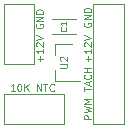
<source format=gbr>
%TF.GenerationSoftware,KiCad,Pcbnew,(5.1.6)-1*%
%TF.CreationDate,2020-09-26T01:45:02-05:00*%
%TF.ProjectId,pcb,7063622e-6b69-4636-9164-5f7063625858,rev?*%
%TF.SameCoordinates,Original*%
%TF.FileFunction,Legend,Top*%
%TF.FilePolarity,Positive*%
%FSLAX46Y46*%
G04 Gerber Fmt 4.6, Leading zero omitted, Abs format (unit mm)*
G04 Created by KiCad (PCBNEW (5.1.6)-1) date 2020-09-26 01:45:02*
%MOMM*%
%LPD*%
G01*
G04 APERTURE LIST*
%ADD10C,0.100000*%
%ADD11C,0.120000*%
G04 APERTURE END LIST*
D10*
X133812000Y-80340142D02*
X133783428Y-80397285D01*
X133783428Y-80483000D01*
X133812000Y-80568714D01*
X133869142Y-80625857D01*
X133926285Y-80654428D01*
X134040571Y-80683000D01*
X134126285Y-80683000D01*
X134240571Y-80654428D01*
X134297714Y-80625857D01*
X134354857Y-80568714D01*
X134383428Y-80483000D01*
X134383428Y-80425857D01*
X134354857Y-80340142D01*
X134326285Y-80311571D01*
X134126285Y-80311571D01*
X134126285Y-80425857D01*
X134383428Y-80054428D02*
X133783428Y-80054428D01*
X134383428Y-79711571D01*
X133783428Y-79711571D01*
X134383428Y-79425857D02*
X133783428Y-79425857D01*
X133783428Y-79283000D01*
X133812000Y-79197285D01*
X133869142Y-79140142D01*
X133926285Y-79111571D01*
X134040571Y-79083000D01*
X134126285Y-79083000D01*
X134240571Y-79111571D01*
X134297714Y-79140142D01*
X134354857Y-79197285D01*
X134383428Y-79283000D01*
X134383428Y-79425857D01*
X133783428Y-86132857D02*
X133783428Y-85790000D01*
X134383428Y-85961428D02*
X133783428Y-85961428D01*
X134212000Y-85618571D02*
X134212000Y-85332857D01*
X134383428Y-85675714D02*
X133783428Y-85475714D01*
X134383428Y-85275714D01*
X134326285Y-84732857D02*
X134354857Y-84761428D01*
X134383428Y-84847142D01*
X134383428Y-84904285D01*
X134354857Y-84990000D01*
X134297714Y-85047142D01*
X134240571Y-85075714D01*
X134126285Y-85104285D01*
X134040571Y-85104285D01*
X133926285Y-85075714D01*
X133869142Y-85047142D01*
X133812000Y-84990000D01*
X133783428Y-84904285D01*
X133783428Y-84847142D01*
X133812000Y-84761428D01*
X133840571Y-84732857D01*
X134383428Y-84475714D02*
X133783428Y-84475714D01*
X134069142Y-84475714D02*
X134069142Y-84132857D01*
X134383428Y-84132857D02*
X133783428Y-84132857D01*
X127927285Y-86123428D02*
X127584428Y-86123428D01*
X127755857Y-86123428D02*
X127755857Y-85523428D01*
X127698714Y-85609142D01*
X127641571Y-85666285D01*
X127584428Y-85694857D01*
X128298714Y-85523428D02*
X128355857Y-85523428D01*
X128413000Y-85552000D01*
X128441571Y-85580571D01*
X128470142Y-85637714D01*
X128498714Y-85752000D01*
X128498714Y-85894857D01*
X128470142Y-86009142D01*
X128441571Y-86066285D01*
X128413000Y-86094857D01*
X128355857Y-86123428D01*
X128298714Y-86123428D01*
X128241571Y-86094857D01*
X128213000Y-86066285D01*
X128184428Y-86009142D01*
X128155857Y-85894857D01*
X128155857Y-85752000D01*
X128184428Y-85637714D01*
X128213000Y-85580571D01*
X128241571Y-85552000D01*
X128298714Y-85523428D01*
X128755857Y-86123428D02*
X128755857Y-85523428D01*
X129098714Y-86123428D02*
X128841571Y-85780571D01*
X129098714Y-85523428D02*
X128755857Y-85866285D01*
X129813000Y-86123428D02*
X129813000Y-85523428D01*
X130155857Y-86123428D01*
X130155857Y-85523428D01*
X130355857Y-85523428D02*
X130698714Y-85523428D01*
X130527285Y-86123428D02*
X130527285Y-85523428D01*
X131241571Y-86066285D02*
X131213000Y-86094857D01*
X131127285Y-86123428D01*
X131070142Y-86123428D01*
X130984428Y-86094857D01*
X130927285Y-86037714D01*
X130898714Y-85980571D01*
X130870142Y-85866285D01*
X130870142Y-85780571D01*
X130898714Y-85666285D01*
X130927285Y-85609142D01*
X130984428Y-85552000D01*
X131070142Y-85523428D01*
X131127285Y-85523428D01*
X131213000Y-85552000D01*
X131241571Y-85580571D01*
X134383428Y-88472857D02*
X133783428Y-88472857D01*
X133783428Y-88244285D01*
X133812000Y-88187142D01*
X133840571Y-88158571D01*
X133897714Y-88130000D01*
X133983428Y-88130000D01*
X134040571Y-88158571D01*
X134069142Y-88187142D01*
X134097714Y-88244285D01*
X134097714Y-88472857D01*
X133783428Y-87930000D02*
X134383428Y-87787142D01*
X133954857Y-87672857D01*
X134383428Y-87558571D01*
X133783428Y-87415714D01*
X134383428Y-87187142D02*
X133783428Y-87187142D01*
X134212000Y-86987142D01*
X133783428Y-86787142D01*
X134383428Y-86787142D01*
X134154857Y-83607142D02*
X134154857Y-83150000D01*
X134383428Y-83378571D02*
X133926285Y-83378571D01*
X134383428Y-82550000D02*
X134383428Y-82892857D01*
X134383428Y-82721428D02*
X133783428Y-82721428D01*
X133869142Y-82778571D01*
X133926285Y-82835714D01*
X133954857Y-82892857D01*
X133840571Y-82321428D02*
X133812000Y-82292857D01*
X133783428Y-82235714D01*
X133783428Y-82092857D01*
X133812000Y-82035714D01*
X133840571Y-82007142D01*
X133897714Y-81978571D01*
X133954857Y-81978571D01*
X134040571Y-82007142D01*
X134383428Y-82350000D01*
X134383428Y-81978571D01*
X133783428Y-81807142D02*
X134383428Y-81607142D01*
X133783428Y-81407142D01*
X130090857Y-83607142D02*
X130090857Y-83150000D01*
X130319428Y-83378571D02*
X129862285Y-83378571D01*
X130319428Y-82550000D02*
X130319428Y-82892857D01*
X130319428Y-82721428D02*
X129719428Y-82721428D01*
X129805142Y-82778571D01*
X129862285Y-82835714D01*
X129890857Y-82892857D01*
X129776571Y-82321428D02*
X129748000Y-82292857D01*
X129719428Y-82235714D01*
X129719428Y-82092857D01*
X129748000Y-82035714D01*
X129776571Y-82007142D01*
X129833714Y-81978571D01*
X129890857Y-81978571D01*
X129976571Y-82007142D01*
X130319428Y-82350000D01*
X130319428Y-81978571D01*
X129719428Y-81807142D02*
X130319428Y-81607142D01*
X129719428Y-81407142D01*
X129748000Y-80467142D02*
X129719428Y-80524285D01*
X129719428Y-80610000D01*
X129748000Y-80695714D01*
X129805142Y-80752857D01*
X129862285Y-80781428D01*
X129976571Y-80810000D01*
X130062285Y-80810000D01*
X130176571Y-80781428D01*
X130233714Y-80752857D01*
X130290857Y-80695714D01*
X130319428Y-80610000D01*
X130319428Y-80552857D01*
X130290857Y-80467142D01*
X130262285Y-80438571D01*
X130062285Y-80438571D01*
X130062285Y-80552857D01*
X130319428Y-80181428D02*
X129719428Y-80181428D01*
X130319428Y-79838571D01*
X129719428Y-79838571D01*
X130319428Y-79552857D02*
X129719428Y-79552857D01*
X129719428Y-79410000D01*
X129748000Y-79324285D01*
X129805142Y-79267142D01*
X129862285Y-79238571D01*
X129976571Y-79210000D01*
X130062285Y-79210000D01*
X130176571Y-79238571D01*
X130233714Y-79267142D01*
X130290857Y-79324285D01*
X130319428Y-79410000D01*
X130319428Y-79552857D01*
D11*
%TO.C,J2*%
X137185400Y-78740000D02*
X137185400Y-88925400D01*
X134594600Y-88925400D02*
X137185400Y-88925400D01*
X134594600Y-78740000D02*
X134594600Y-88925400D01*
X134594600Y-78740000D02*
X137185400Y-78740000D01*
%TO.C,TH1*%
X127000000Y-86360000D02*
X132080000Y-86360000D01*
X127000000Y-88900000D02*
X127000000Y-86360000D01*
X132080000Y-88900000D02*
X127000000Y-88900000D01*
X132080000Y-86360000D02*
X132080000Y-88900000D01*
%TO.C,J1*%
X127000000Y-83820000D02*
X127000000Y-78740000D01*
X129540000Y-83820000D02*
X127000000Y-83820000D01*
X129540000Y-78740000D02*
X129540000Y-83820000D01*
X127000000Y-78740000D02*
X129540000Y-78740000D01*
D10*
%TO.C,C1*%
X131080000Y-81270000D02*
X133080000Y-81270000D01*
X131080000Y-80020000D02*
X133080000Y-80020000D01*
D11*
%TO.C,U2*%
X131320000Y-82113000D02*
X131320000Y-83043000D01*
X131320000Y-85273000D02*
X131320000Y-84343000D01*
X131320000Y-85273000D02*
X133480000Y-85273000D01*
X131320000Y-82113000D02*
X132780000Y-82113000D01*
%TO.C,C1*%
D10*
X132258571Y-80728333D02*
X132282380Y-80752142D01*
X132306190Y-80823571D01*
X132306190Y-80871190D01*
X132282380Y-80942619D01*
X132234761Y-80990238D01*
X132187142Y-81014047D01*
X132091904Y-81037857D01*
X132020476Y-81037857D01*
X131925238Y-81014047D01*
X131877619Y-80990238D01*
X131830000Y-80942619D01*
X131806190Y-80871190D01*
X131806190Y-80823571D01*
X131830000Y-80752142D01*
X131853809Y-80728333D01*
X132306190Y-80252142D02*
X132306190Y-80537857D01*
X132306190Y-80395000D02*
X131806190Y-80395000D01*
X131877619Y-80442619D01*
X131925238Y-80490238D01*
X131949047Y-80537857D01*
%TO.C,U2*%
X131751428Y-84150142D02*
X132237142Y-84150142D01*
X132294285Y-84121571D01*
X132322857Y-84093000D01*
X132351428Y-84035857D01*
X132351428Y-83921571D01*
X132322857Y-83864428D01*
X132294285Y-83835857D01*
X132237142Y-83807285D01*
X131751428Y-83807285D01*
X131808571Y-83550142D02*
X131780000Y-83521571D01*
X131751428Y-83464428D01*
X131751428Y-83321571D01*
X131780000Y-83264428D01*
X131808571Y-83235857D01*
X131865714Y-83207285D01*
X131922857Y-83207285D01*
X132008571Y-83235857D01*
X132351428Y-83578714D01*
X132351428Y-83207285D01*
%TD*%
M02*

</source>
